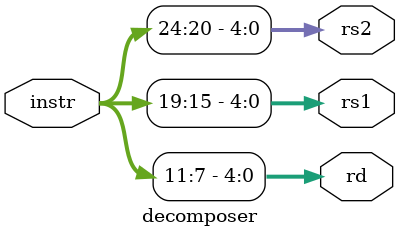
<source format=sv>
module decomposer(
    input logic[31:0] instr,
    output logic[4:0] rd,
    output logic[4:0] rs1,
    output logic[4:0] rs2
);
    assign rd = instr[11:7];
    assign rs1 = instr[19:15];
    assign rs2 = instr[24:20];
endmodule

</source>
